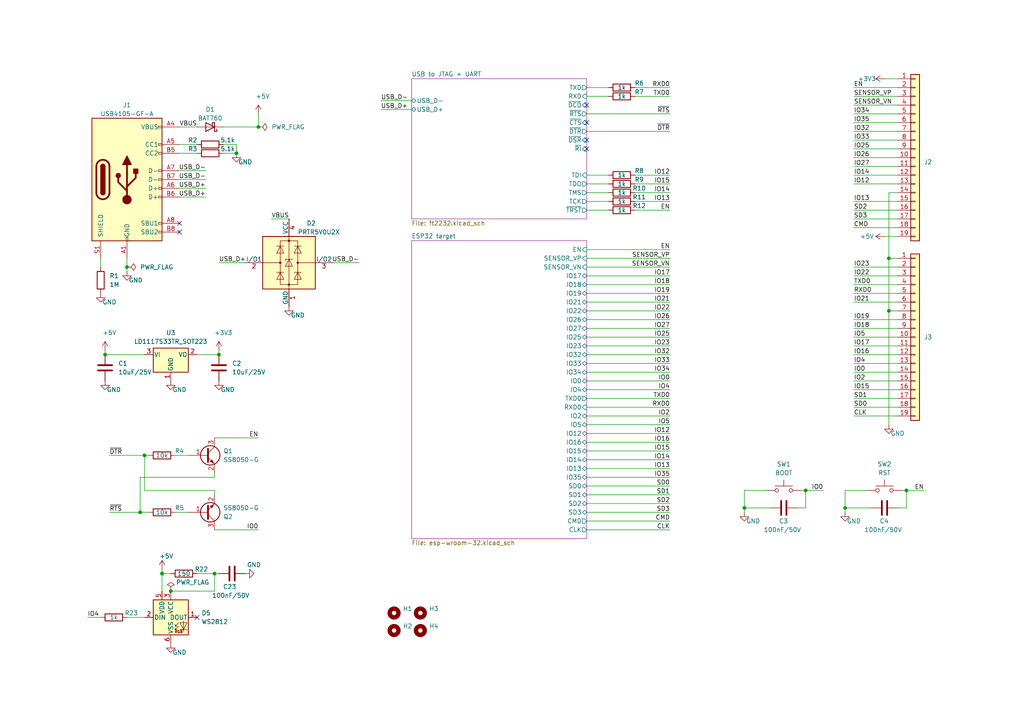
<source format=kicad_sch>
(kicad_sch (version 20201015) (generator eeschema)
  (paper "A4")
  (title_block (title "LISA32 development board") (date "2020-12-31") (rev "A"))
  (lib_symbols
    (symbol "Connector:USB_C_Receptacle_USB2.0_1" (pin_names (offset 1.016))
      (property "Reference" "J" (at -10.16 19.05 0))
      (property "Value" "USB_C_Receptacle_USB2.0" (at 19.05 19.05 0))
      (symbol "USB_C_Receptacle_USB2.0_1_0_0"
        (rectangle (start -0.254 -17.78) (end 0.254 -16.764))
        (rectangle (start 10.16 -14.986) (end 9.144 -15.494))
        (rectangle (start 10.16 -12.446) (end 9.144 -12.954))
        (rectangle (start 10.16 -4.826) (end 9.144 -5.334))
        (rectangle (start 10.16 -2.286) (end 9.144 -2.794))
        (rectangle (start 10.16 0.254) (end 9.144 -0.254))
        (rectangle (start 10.16 2.794) (end 9.144 2.286))
        (rectangle (start 10.16 7.874) (end 9.144 7.366))
        (rectangle (start 10.16 10.414) (end 9.144 9.906))
        (rectangle (start 10.16 15.494) (end 9.144 14.986))
      )
      (symbol "USB_C_Receptacle_USB2.0_1_0_1"
        (arc (start -8.89 -3.81) (end -5.08 -3.81) (radius (at -6.985 -3.81) (length 1.905) (angles -179.9 -0.1)) (stroke (width 0.508)))
        (arc (start -7.62 -3.81) (end -6.35 -3.81) (radius (at -6.985 -3.81) (length 0.635) (angles -179.9 -0.1)) (stroke (width 0.254)))
        (arc (start -7.62 -3.81) (end -6.35 -3.81) (radius (at -6.985 -3.81) (length 0.635) (angles -179.9 -0.1)) (stroke (width 0.254)) (fill (type outline)))
        (arc (start -6.35 3.81) (end -7.62 3.81) (radius (at -6.985 3.81) (length 0.635) (angles 0.1 179.9)) (stroke (width 0.254)) (fill (type outline)))
        (arc (start -6.35 3.81) (end -7.62 3.81) (radius (at -6.985 3.81) (length 0.635) (angles 0.1 179.9)) (stroke (width 0.254)))
        (arc (start -5.08 3.81) (end -8.89 3.81) (radius (at -6.985 3.81) (length 1.905) (angles 0.1 179.9)) (stroke (width 0.508)))
        (circle (center -2.54 1.143) (radius 0.635) (stroke (width 0.254)) (fill (type outline)))
        (circle (center 0 -5.842) (radius 1.27) (fill (type outline)))
        (rectangle (start -10.16 17.78) (end 10.16 -17.78) (stroke (width 0.254)) (fill (type background)))
        (rectangle (start -7.62 -3.81) (end -6.35 3.81) (stroke (width 0.254)) (fill (type outline)))
        (rectangle (start 1.905 1.778) (end 3.175 3.048) (stroke (width 0.254)) (fill (type outline)))
        (polyline (pts (xy -8.89 -3.81) (xy -8.89 3.81)) (stroke (width 0.508)))
        (polyline (pts (xy -5.08 3.81) (xy -5.08 -3.81)) (stroke (width 0.508)))
        (polyline (pts (xy 0 -5.842) (xy 0 4.318)) (stroke (width 0.508)))
        (polyline (pts (xy 0 -3.302) (xy -2.54 -0.762) (xy -2.54 0.508)) (stroke (width 0.508)))
        (polyline (pts (xy 0 -2.032) (xy 2.54 0.508) (xy 2.54 1.778)) (stroke (width 0.508)))
        (polyline (pts (xy -1.27 4.318) (xy 0 6.858) (xy 1.27 4.318) (xy -1.27 4.318)) (stroke (width 0.254)) (fill (type outline)))
      )
      (symbol "USB_C_Receptacle_USB2.0_1_1_1"
        (pin passive line (at 0 -22.86 90) (length 5.08) (name "GND") (number "A1"))
        (pin passive line (at 0 -22.86 90) (length 5.08) hide (name "GND") (number "A12"))
        (pin passive line (at 15.24 15.24 180) (length 5.08) (name "VBUS") (number "A4"))
        (pin bidirectional line (at 15.24 10.16 180) (length 5.08) (name "CC1") (number "A5"))
        (pin bidirectional line (at 15.24 -2.54 180) (length 5.08) (name "D+") (number "A6"))
        (pin bidirectional line (at 15.24 2.54 180) (length 5.08) (name "D-") (number "A7"))
        (pin bidirectional line (at 15.24 -12.7 180) (length 5.08) (name "SBU1") (number "A8"))
        (pin passive line (at 15.24 15.24 180) (length 5.08) hide (name "VBUS") (number "A9"))
        (pin passive line (at 0 -22.86 90) (length 5.08) hide (name "GND") (number "B1"))
        (pin passive line (at 0 -22.86 90) (length 5.08) hide (name "GND") (number "B12"))
        (pin passive line (at 15.24 15.24 180) (length 5.08) hide (name "VBUS") (number "B4"))
        (pin bidirectional line (at 15.24 7.62 180) (length 5.08) (name "CC2") (number "B5"))
        (pin bidirectional line (at 15.24 -5.08 180) (length 5.08) (name "D+") (number "B6"))
        (pin bidirectional line (at 15.24 0 180) (length 5.08) (name "D-") (number "B7"))
        (pin bidirectional line (at 15.24 -15.24 180) (length 5.08) (name "SBU2") (number "B8"))
        (pin passive line (at 15.24 15.24 180) (length 5.08) hide (name "VBUS") (number "B9"))
        (pin passive line (at -7.62 -22.86 90) (length 5.08) (name "SHIELD") (number "S1"))
      )
    )
    (symbol "Connector_Generic:Conn_01x19" (pin_names (offset 1.016) hide)
      (property "Reference" "J" (at 0 25.4 0))
      (property "Value" "Conn_01x19" (at 0 -25.4 0))
      (symbol "Conn_01x19_1_1"
        (rectangle (start -1.27 -4.953) (end 0 -5.207) (stroke (width 0.1524)))
        (rectangle (start -1.27 -7.493) (end 0 -7.747) (stroke (width 0.1524)))
        (rectangle (start -1.27 -10.033) (end 0 -10.287) (stroke (width 0.1524)))
        (rectangle (start -1.27 -12.573) (end 0 -12.827) (stroke (width 0.1524)))
        (rectangle (start -1.27 -15.113) (end 0 -15.367) (stroke (width 0.1524)))
        (rectangle (start -1.27 -17.653) (end 0 -17.907) (stroke (width 0.1524)))
        (rectangle (start -1.27 -20.193) (end 0 -20.447) (stroke (width 0.1524)))
        (rectangle (start -1.27 -22.733) (end 0 -22.987) (stroke (width 0.1524)))
        (rectangle (start -1.27 -2.413) (end 0 -2.667) (stroke (width 0.1524)))
        (rectangle (start -1.27 2.667) (end 0 2.413) (stroke (width 0.1524)))
        (rectangle (start -1.27 5.207) (end 0 4.953) (stroke (width 0.1524)))
        (rectangle (start -1.27 7.747) (end 0 7.493) (stroke (width 0.1524)))
        (rectangle (start -1.27 10.287) (end 0 10.033) (stroke (width 0.1524)))
        (rectangle (start -1.27 0.127) (end 0 -0.127) (stroke (width 0.1524)))
        (rectangle (start -1.27 12.827) (end 0 12.573) (stroke (width 0.1524)))
        (rectangle (start -1.27 15.367) (end 0 15.113) (stroke (width 0.1524)))
        (rectangle (start -1.27 17.907) (end 0 17.653) (stroke (width 0.1524)))
        (rectangle (start -1.27 20.447) (end 0 20.193) (stroke (width 0.1524)))
        (rectangle (start -1.27 22.987) (end 0 22.733) (stroke (width 0.1524)))
        (rectangle (start -1.27 24.13) (end 1.27 -24.13) (stroke (width 0.254)) (fill (type background)))
        (pin passive line (at -5.08 22.86 0) (length 3.81) (name "Pin_1") (number "1"))
        (pin passive line (at -5.08 0 0) (length 3.81) (name "Pin_10") (number "10"))
        (pin passive line (at -5.08 -2.54 0) (length 3.81) (name "Pin_11") (number "11"))
        (pin passive line (at -5.08 -5.08 0) (length 3.81) (name "Pin_12") (number "12"))
        (pin passive line (at -5.08 -7.62 0) (length 3.81) (name "Pin_13") (number "13"))
        (pin passive line (at -5.08 -10.16 0) (length 3.81) (name "Pin_14") (number "14"))
        (pin passive line (at -5.08 -12.7 0) (length 3.81) (name "Pin_15") (number "15"))
        (pin passive line (at -5.08 -15.24 0) (length 3.81) (name "Pin_16") (number "16"))
        (pin passive line (at -5.08 -17.78 0) (length 3.81) (name "Pin_17") (number "17"))
        (pin passive line (at -5.08 -20.32 0) (length 3.81) (name "Pin_18") (number "18"))
        (pin passive line (at -5.08 -22.86 0) (length 3.81) (name "Pin_19") (number "19"))
        (pin passive line (at -5.08 20.32 0) (length 3.81) (name "Pin_2") (number "2"))
        (pin passive line (at -5.08 17.78 0) (length 3.81) (name "Pin_3") (number "3"))
        (pin passive line (at -5.08 15.24 0) (length 3.81) (name "Pin_4") (number "4"))
        (pin passive line (at -5.08 12.7 0) (length 3.81) (name "Pin_5") (number "5"))
        (pin passive line (at -5.08 10.16 0) (length 3.81) (name "Pin_6") (number "6"))
        (pin passive line (at -5.08 7.62 0) (length 3.81) (name "Pin_7") (number "7"))
        (pin passive line (at -5.08 5.08 0) (length 3.81) (name "Pin_8") (number "8"))
        (pin passive line (at -5.08 2.54 0) (length 3.81) (name "Pin_9") (number "9"))
      )
    )
    (symbol "Device:C" (pin_numbers hide) (pin_names (offset 0.254))
      (property "Reference" "C" (at 0.635 2.54 0))
      (property "Value" "C" (at 0.635 -2.54 0))
      (symbol "C_0_1"
        (polyline (pts (xy -2.032 -0.762) (xy 2.032 -0.762)) (stroke (width 0.508)))
        (polyline (pts (xy -2.032 0.762) (xy 2.032 0.762)) (stroke (width 0.508)))
      )
      (symbol "C_1_1"
        (pin passive line (at 0 3.81 270) (length 2.794) (name "~") (number "1"))
        (pin passive line (at 0 -3.81 90) (length 2.794) (name "~") (number "2"))
      )
    )
    (symbol "Device:D_Schottky" (pin_numbers hide) (pin_names (offset 1.016) hide)
      (property "Reference" "D" (at 0 2.54 0))
      (property "Value" "D_Schottky" (at 0 -2.54 0))
      (symbol "D_Schottky_0_1"
        (polyline (pts (xy 1.27 0) (xy -1.27 0)))
        (polyline (pts (xy 1.27 1.27) (xy 1.27 -1.27) (xy -1.27 0) (xy 1.27 1.27)) (stroke (width 0.254)))
        (polyline (pts (xy -1.905 0.635) (xy -1.905 1.27) (xy -1.27 1.27) (xy -1.27 -1.27) (xy -0.635 -1.27) (xy -0.635 -0.635)) (stroke (width 0.254)))
      )
      (symbol "D_Schottky_1_1"
        (pin passive line (at -3.81 0 0) (length 2.54) (name "K") (number "1"))
        (pin passive line (at 3.81 0 180) (length 2.54) (name "A") (number "2"))
      )
    )
    (symbol "Device:R" (pin_numbers hide) (pin_names (offset 0))
      (property "Reference" "R" (at 2.032 0 90))
      (property "Value" "R" (at 0 0 90))
      (symbol "R_0_1"
        (rectangle (start -1.016 -2.54) (end 1.016 2.54) (stroke (width 0.254)))
      )
      (symbol "R_1_1"
        (pin passive line (at 0 3.81 270) (length 1.27) (name "~") (number "1"))
        (pin passive line (at 0 -3.81 90) (length 1.27) (name "~") (number "2"))
      )
    )
    (symbol "LED:WS2812" (pin_names (offset 0.254))
      (property "Reference" "D" (at 5.08 5.715 0))
      (property "Value" "WS2812" (at 1.27 -5.715 0))
      (symbol "WS2812_0_0"
        (text "RGB" (at 2.286 -4.191 0) (effects (font (size 0.762 0.762))))
      )
      (symbol "WS2812_0_1"
        (rectangle (start 5.08 5.08) (end -5.08 -5.08) (stroke (width 0.254)) (fill (type background)))
        (polyline (pts (xy 1.27 -3.556) (xy 1.778 -3.556)))
        (polyline (pts (xy 1.27 -2.54) (xy 1.778 -2.54)))
        (polyline (pts (xy 4.699 -3.556) (xy 2.667 -3.556)))
        (polyline (pts (xy 2.286 -2.54) (xy 1.27 -3.556) (xy 1.27 -3.048)))
        (polyline (pts (xy 2.286 -1.524) (xy 1.27 -2.54) (xy 1.27 -2.032)))
        (polyline (pts (xy 3.683 -1.016) (xy 3.683 -3.556) (xy 3.683 -4.064)))
        (polyline (pts (xy 4.699 -1.524) (xy 2.667 -1.524) (xy 3.683 -3.556) (xy 4.699 -1.524)))
      )
      (symbol "WS2812_1_1"
        (pin output line (at 7.62 0 180) (length 2.54) (name "DOUT") (number "1"))
        (pin input line (at -7.62 0 0) (length 2.54) (name "DIN") (number "2"))
        (pin power_in line (at 0 7.62 270) (length 2.54) (name "VCC") (number "3"))
        (pin unconnected line (at 5.08 2.54 180) (length 2.54) hide (name "NC") (number "4"))
        (pin power_in line (at -2.54 7.62 270) (length 2.54) (name "VDD") (number "5"))
        (pin power_in line (at 0 -7.62 90) (length 2.54) (name "VSS") (number "6"))
      )
    )
    (symbol "Mechanical:MountingHole" (pin_names (offset 1.016))
      (property "Reference" "H" (at 0 5.08 0))
      (property "Value" "MountingHole" (at 0 3.175 0))
      (symbol "MountingHole_0_1"
        (circle (center 0 0) (radius 1.27) (stroke (width 1.27)))
      )
    )
    (symbol "Power_Protection:PRTR5V0U2X" (pin_names (offset 0))
      (property "Reference" "D" (at 2.794 8.636 0))
      (property "Value" "PRTR5V0U2X" (at 8.128 -9.398 0))
      (symbol "PRTR5V0U2X_0_1"
        (circle (center -2.54 0) (radius 0.254) (fill (type outline)))
        (circle (center 0 -6.35) (radius 0.254) (fill (type outline)))
        (circle (center 0 6.35) (radius 0.254) (fill (type outline)))
        (circle (center 2.54 0) (radius 0.254) (fill (type outline)))
        (rectangle (start -7.62 -7.62) (end 7.62 7.62) (stroke (width 0.254)) (fill (type background)))
        (rectangle (start -2.54 6.35) (end 2.54 -6.35))
        (polyline (pts (xy -2.54 0) (xy -7.62 0)))
        (polyline (pts (xy -1.524 -2.794) (xy -3.556 -2.794)))
        (polyline (pts (xy -1.524 4.826) (xy -3.556 4.826)))
        (polyline (pts (xy 0 -7.62) (xy 0 7.62)))
        (polyline (pts (xy 1.524 -2.794) (xy 3.556 -2.794)))
        (polyline (pts (xy 1.524 4.826) (xy 3.556 4.826)))
        (polyline (pts (xy 2.54 0) (xy 7.62 0)))
        (polyline (pts (xy 1.016 1.016) (xy -1.016 1.016) (xy -1.016 0.508)))
        (polyline (pts (xy -3.556 -4.826) (xy -1.524 -4.826) (xy -2.54 -2.794) (xy -3.556 -4.826)))
        (polyline (pts (xy -3.556 2.794) (xy -1.524 2.794) (xy -2.54 4.826) (xy -3.556 2.794)))
        (polyline (pts (xy -1.016 -1.016) (xy 1.016 -1.016) (xy 0 1.016) (xy -1.016 -1.016)))
        (polyline (pts (xy 3.556 -4.826) (xy 1.524 -4.826) (xy 2.54 -2.794) (xy 3.556 -4.826)))
        (polyline (pts (xy 3.556 2.794) (xy 1.524 2.794) (xy 2.54 4.826) (xy 3.556 2.794)))
      )
      (symbol "PRTR5V0U2X_1_1"
        (pin passive line (at 0 -12.7 90) (length 5.08) (name "GND") (number "1"))
        (pin passive line (at -12.7 0 0) (length 5.08) (name "I/O1") (number "2"))
        (pin passive line (at 12.7 0 180) (length 5.08) (name "I/O2") (number "3"))
        (pin passive line (at 0 12.7 270) (length 5.08) (name "VCC") (number "4"))
      )
    )
    (symbol "Regulator_Linear:LD1117S33TR_SOT223" (pin_names (offset 0.254))
      (property "Reference" "U" (at -3.81 3.175 0))
      (property "Value" "LD1117S33TR_SOT223" (at 0 3.175 0))
      (symbol "LD1117S33TR_SOT223_0_1"
        (rectangle (start -5.08 -5.08) (end 5.08 1.905) (stroke (width 0.254)) (fill (type background)))
      )
      (symbol "LD1117S33TR_SOT223_1_1"
        (pin power_in line (at 0 -7.62 90) (length 2.54) (name "GND") (number "1"))
        (pin power_out line (at 7.62 0 180) (length 2.54) (name "VO") (number "2"))
        (pin power_in line (at -7.62 0 0) (length 2.54) (name "VI") (number "3"))
      )
    )
    (symbol "Switch:SW_Push" (pin_numbers hide) (pin_names (offset 1.016) hide)
      (property "Reference" "SW" (at 1.27 2.54 0))
      (property "Value" "SW_Push" (at 0 -1.524 0))
      (symbol "SW_Push_0_1"
        (circle (center -2.032 0) (radius 0.508))
        (circle (center 2.032 0) (radius 0.508))
        (polyline (pts (xy 0 1.27) (xy 0 3.048)))
        (polyline (pts (xy 2.54 1.27) (xy -2.54 1.27)))
        (pin passive line (at -5.08 0 0) (length 2.54) (name "1") (number "1"))
        (pin passive line (at 5.08 0 180) (length 2.54) (name "2") (number "2"))
      )
    )
    (symbol "Transistor_BJT:BC817" (pin_names (offset 0) hide)
      (property "Reference" "Q" (at 5.08 1.905 0))
      (property "Value" "BC817" (at 5.08 0 0))
      (symbol "BC817_0_1"
        (circle (center 1.27 0) (radius 2.8194) (stroke (width 0.254)))
        (polyline (pts (xy 0.635 0.635) (xy 2.54 2.54)))
        (polyline (pts (xy 0.635 -0.635) (xy 2.54 -2.54) (xy 2.54 -2.54)))
        (polyline (pts (xy 0.635 1.905) (xy 0.635 -1.905) (xy 0.635 -1.905)) (stroke (width 0.508)))
        (polyline (pts (xy 1.27 -1.778) (xy 1.778 -1.27) (xy 2.286 -2.286) (xy 1.27 -1.778) (xy 1.27 -1.778)) (fill (type outline)))
      )
      (symbol "BC817_1_1"
        (pin input line (at -5.08 0 0) (length 5.715) (name "B") (number "1"))
        (pin passive line (at 2.54 -5.08 90) (length 2.54) (name "E") (number "2"))
        (pin passive line (at 2.54 5.08 270) (length 2.54) (name "C") (number "3"))
      )
    )
    (symbol "power:+3V3" (power) (pin_names (offset 0))
      (property "Value" "+3V3" (at 0 3.556 0))
      (symbol "+3V3_0_1"
        (polyline (pts (xy -0.762 1.27) (xy 0 2.54)))
        (polyline (pts (xy 0 0) (xy 0 2.54)))
        (polyline (pts (xy 0 2.54) (xy 0.762 1.27)))
      )
      (symbol "+3V3_1_1"
        (pin power_in line (at 0 0 90) (length 0) hide (name "+3V3") (number "1"))
      )
    )
    (symbol "power:+5V" (power) (pin_names (offset 0))
      (property "Value" "+5V" (at 0 3.556 0))
      (symbol "+5V_0_1"
        (polyline (pts (xy -0.762 1.27) (xy 0 2.54)))
        (polyline (pts (xy 0 0) (xy 0 2.54)))
        (polyline (pts (xy 0 2.54) (xy 0.762 1.27)))
      )
      (symbol "+5V_1_1"
        (pin power_in line (at 0 0 90) (length 0) hide (name "+5V") (number "1"))
      )
    )
    (symbol "power:GND" (power) (pin_names (offset 0))
      (property "Value" "GND" (at 0 -3.81 0))
      (symbol "GND_0_1"
        (polyline (pts (xy 0 0) (xy 0 -1.27) (xy 1.27 -1.27) (xy 0 -2.54) (xy -1.27 -1.27) (xy 0 -1.27)))
      )
      (symbol "GND_1_1"
        (pin power_in line (at 0 0 270) (length 0) hide (name "GND") (number "1"))
      )
    )
    (symbol "power:PWR_FLAG" (power) (pin_numbers hide) (pin_names (offset 0) hide)
      (property "Value" "PWR_FLAG" (at 0 3.81 0))
      (symbol "PWR_FLAG_0_0"
        (pin power_out line (at 0 0 90) (length 0) (name "pwr") (number "1"))
      )
      (symbol "PWR_FLAG_0_1"
        (polyline (pts (xy 0 0) (xy 0 1.27) (xy -1.016 1.905) (xy 0 2.54) (xy 1.016 1.905) (xy 0 1.27)))
      )
    )
  )
  (junction (at 30.48 102.87) (diameter 0.9144))
  (junction (at 36.83 77.47) (diameter 0.9144))
  (junction (at 40.64 148.59) (diameter 0.9144))
  (junction (at 41.91 132.08) (diameter 0.9144))
  (junction (at 46.99 166.37) (diameter 0.9144))
  (junction (at 49.53 171.45) (diameter 0.9144))
  (junction (at 62.23 166.37) (diameter 0.9144))
  (junction (at 63.5 102.87) (diameter 0.9144))
  (junction (at 68.58 44.45) (diameter 0.9144))
  (junction (at 74.93 36.83) (diameter 0.9144))
  (junction (at 215.9 147.32) (diameter 0.9144))
  (junction (at 233.68 142.24) (diameter 0.9144))
  (junction (at 245.11 147.32) (diameter 0.9144))
  (junction (at 257.81 74.93) (diameter 0.9144))
  (junction (at 257.81 90.17) (diameter 0.9144))
  (junction (at 262.89 142.24) (diameter 0.9144))
  (no_connect (at 170.18 40.64))
  (no_connect (at 170.18 43.18))
  (no_connect (at 52.07 67.31))
  (no_connect (at 52.07 64.77))
  (no_connect (at 170.18 30.48))
  (no_connect (at 57.15 179.07))
  (no_connect (at 170.18 35.56))
  (wire (pts (xy 25.4 179.07) (xy 29.21 179.07)))
  (wire (pts (xy 29.21 74.93) (xy 29.21 77.47)))
  (wire (pts (xy 30.48 101.6) (xy 30.48 102.87)))
  (wire (pts (xy 30.48 102.87) (xy 41.91 102.87)))
  (wire (pts (xy 31.75 132.08) (xy 41.91 132.08)))
  (wire (pts (xy 31.75 148.59) (xy 40.64 148.59)))
  (wire (pts (xy 36.83 77.47) (xy 36.83 74.93)))
  (wire (pts (xy 36.83 78.74) (xy 36.83 77.47)))
  (wire (pts (xy 36.83 179.07) (xy 41.91 179.07)))
  (wire (pts (xy 40.64 138.43) (xy 40.64 148.59)))
  (wire (pts (xy 40.64 148.59) (xy 43.18 148.59)))
  (wire (pts (xy 41.91 132.08) (xy 43.18 132.08)))
  (wire (pts (xy 41.91 142.24) (xy 41.91 132.08)))
  (wire (pts (xy 46.99 165.1) (xy 46.99 166.37)))
  (wire (pts (xy 46.99 166.37) (xy 46.99 171.45)))
  (wire (pts (xy 46.99 166.37) (xy 49.53 166.37)))
  (wire (pts (xy 49.53 171.45) (xy 62.23 171.45)))
  (wire (pts (xy 50.8 132.08) (xy 54.61 132.08)))
  (wire (pts (xy 50.8 148.59) (xy 54.61 148.59)))
  (wire (pts (xy 52.07 36.83) (xy 57.15 36.83)))
  (wire (pts (xy 52.07 49.53) (xy 59.69 49.53)))
  (wire (pts (xy 52.07 52.07) (xy 59.69 52.07)))
  (wire (pts (xy 52.07 54.61) (xy 59.69 54.61)))
  (wire (pts (xy 52.07 57.15) (xy 59.69 57.15)))
  (wire (pts (xy 57.15 41.91) (xy 52.07 41.91)))
  (wire (pts (xy 57.15 44.45) (xy 52.07 44.45)))
  (wire (pts (xy 57.15 102.87) (xy 63.5 102.87)))
  (wire (pts (xy 62.23 127) (xy 74.93 127)))
  (wire (pts (xy 62.23 138.43) (xy 40.64 138.43)))
  (wire (pts (xy 62.23 138.43) (xy 62.23 137.16)))
  (wire (pts (xy 62.23 142.24) (xy 41.91 142.24)))
  (wire (pts (xy 62.23 143.51) (xy 62.23 142.24)))
  (wire (pts (xy 62.23 153.67) (xy 74.93 153.67)))
  (wire (pts (xy 62.23 166.37) (xy 57.15 166.37)))
  (wire (pts (xy 62.23 166.37) (xy 63.5 166.37)))
  (wire (pts (xy 62.23 171.45) (xy 62.23 166.37)))
  (wire (pts (xy 63.5 76.2) (xy 71.12 76.2)))
  (wire (pts (xy 63.5 101.6) (xy 63.5 102.87)))
  (wire (pts (xy 64.77 41.91) (xy 68.58 41.91)))
  (wire (pts (xy 64.77 44.45) (xy 68.58 44.45)))
  (wire (pts (xy 68.58 41.91) (xy 68.58 44.45)))
  (wire (pts (xy 74.93 33.02) (xy 74.93 36.83)))
  (wire (pts (xy 74.93 36.83) (xy 64.77 36.83)))
  (wire (pts (xy 78.74 63.5) (xy 83.82 63.5)))
  (wire (pts (xy 96.52 76.2) (xy 104.14 76.2)))
  (wire (pts (xy 110.49 29.21) (xy 119.38 29.21)))
  (wire (pts (xy 110.49 31.75) (xy 119.38 31.75)))
  (wire (pts (xy 170.18 25.4) (xy 176.53 25.4)))
  (wire (pts (xy 170.18 27.94) (xy 176.53 27.94)))
  (wire (pts (xy 170.18 33.02) (xy 194.31 33.02)))
  (wire (pts (xy 170.18 38.1) (xy 194.31 38.1)))
  (wire (pts (xy 170.18 50.8) (xy 176.53 50.8)))
  (wire (pts (xy 170.18 53.34) (xy 176.53 53.34)))
  (wire (pts (xy 170.18 55.88) (xy 176.53 55.88)))
  (wire (pts (xy 170.18 58.42) (xy 176.53 58.42)))
  (wire (pts (xy 170.18 60.96) (xy 176.53 60.96)))
  (wire (pts (xy 170.18 72.39) (xy 194.31 72.39)))
  (wire (pts (xy 170.18 74.93) (xy 194.31 74.93)))
  (wire (pts (xy 170.18 77.47) (xy 194.31 77.47)))
  (wire (pts (xy 170.18 80.01) (xy 194.31 80.01)))
  (wire (pts (xy 170.18 82.55) (xy 194.31 82.55)))
  (wire (pts (xy 170.18 85.09) (xy 194.31 85.09)))
  (wire (pts (xy 170.18 87.63) (xy 194.31 87.63)))
  (wire (pts (xy 170.18 90.17) (xy 194.31 90.17)))
  (wire (pts (xy 170.18 92.71) (xy 194.31 92.71)))
  (wire (pts (xy 170.18 95.25) (xy 194.31 95.25)))
  (wire (pts (xy 170.18 97.79) (xy 194.31 97.79)))
  (wire (pts (xy 170.18 100.33) (xy 194.31 100.33)))
  (wire (pts (xy 170.18 102.87) (xy 194.31 102.87)))
  (wire (pts (xy 170.18 105.41) (xy 194.31 105.41)))
  (wire (pts (xy 170.18 107.95) (xy 194.31 107.95)))
  (wire (pts (xy 170.18 110.49) (xy 194.31 110.49)))
  (wire (pts (xy 170.18 113.03) (xy 194.31 113.03)))
  (wire (pts (xy 170.18 115.57) (xy 194.31 115.57)))
  (wire (pts (xy 170.18 118.11) (xy 194.31 118.11)))
  (wire (pts (xy 170.18 120.65) (xy 194.31 120.65)))
  (wire (pts (xy 170.18 123.19) (xy 194.31 123.19)))
  (wire (pts (xy 170.18 125.73) (xy 194.31 125.73)))
  (wire (pts (xy 170.18 128.27) (xy 194.31 128.27)))
  (wire (pts (xy 170.18 130.81) (xy 194.31 130.81)))
  (wire (pts (xy 170.18 133.35) (xy 194.31 133.35)))
  (wire (pts (xy 170.18 135.89) (xy 194.31 135.89)))
  (wire (pts (xy 170.18 138.43) (xy 194.31 138.43)))
  (wire (pts (xy 170.18 140.97) (xy 194.31 140.97)))
  (wire (pts (xy 170.18 143.51) (xy 194.31 143.51)))
  (wire (pts (xy 170.18 146.05) (xy 194.31 146.05)))
  (wire (pts (xy 170.18 148.59) (xy 194.31 148.59)))
  (wire (pts (xy 170.18 151.13) (xy 194.31 151.13)))
  (wire (pts (xy 170.18 153.67) (xy 194.31 153.67)))
  (wire (pts (xy 184.15 25.4) (xy 194.31 25.4)))
  (wire (pts (xy 184.15 27.94) (xy 194.31 27.94)))
  (wire (pts (xy 184.15 50.8) (xy 194.31 50.8)))
  (wire (pts (xy 184.15 53.34) (xy 194.31 53.34)))
  (wire (pts (xy 184.15 55.88) (xy 194.31 55.88)))
  (wire (pts (xy 184.15 58.42) (xy 194.31 58.42)))
  (wire (pts (xy 184.15 60.96) (xy 194.31 60.96)))
  (wire (pts (xy 215.9 142.24) (xy 222.25 142.24)))
  (wire (pts (xy 215.9 147.32) (xy 215.9 142.24)))
  (wire (pts (xy 215.9 147.32) (xy 223.52 147.32)))
  (wire (pts (xy 215.9 148.59) (xy 215.9 147.32)))
  (wire (pts (xy 232.41 142.24) (xy 233.68 142.24)))
  (wire (pts (xy 233.68 142.24) (xy 233.68 147.32)))
  (wire (pts (xy 233.68 142.24) (xy 238.76 142.24)))
  (wire (pts (xy 233.68 147.32) (xy 231.14 147.32)))
  (wire (pts (xy 245.11 142.24) (xy 251.46 142.24)))
  (wire (pts (xy 245.11 147.32) (xy 245.11 142.24)))
  (wire (pts (xy 245.11 147.32) (xy 252.73 147.32)))
  (wire (pts (xy 245.11 148.59) (xy 245.11 147.32)))
  (wire (pts (xy 247.65 25.4) (xy 260.35 25.4)))
  (wire (pts (xy 247.65 27.94) (xy 260.35 27.94)))
  (wire (pts (xy 247.65 30.48) (xy 260.35 30.48)))
  (wire (pts (xy 247.65 33.02) (xy 260.35 33.02)))
  (wire (pts (xy 247.65 35.56) (xy 260.35 35.56)))
  (wire (pts (xy 247.65 38.1) (xy 260.35 38.1)))
  (wire (pts (xy 247.65 40.64) (xy 260.35 40.64)))
  (wire (pts (xy 247.65 43.18) (xy 260.35 43.18)))
  (wire (pts (xy 247.65 45.72) (xy 260.35 45.72)))
  (wire (pts (xy 247.65 48.26) (xy 260.35 48.26)))
  (wire (pts (xy 247.65 50.8) (xy 260.35 50.8)))
  (wire (pts (xy 247.65 53.34) (xy 260.35 53.34)))
  (wire (pts (xy 247.65 58.42) (xy 260.35 58.42)))
  (wire (pts (xy 247.65 60.96) (xy 260.35 60.96)))
  (wire (pts (xy 247.65 63.5) (xy 260.35 63.5)))
  (wire (pts (xy 247.65 66.04) (xy 260.35 66.04)))
  (wire (pts (xy 247.65 77.47) (xy 260.35 77.47)))
  (wire (pts (xy 247.65 80.01) (xy 260.35 80.01)))
  (wire (pts (xy 247.65 82.55) (xy 260.35 82.55)))
  (wire (pts (xy 247.65 85.09) (xy 260.35 85.09)))
  (wire (pts (xy 247.65 87.63) (xy 260.35 87.63)))
  (wire (pts (xy 247.65 92.71) (xy 260.35 92.71)))
  (wire (pts (xy 247.65 95.25) (xy 260.35 95.25)))
  (wire (pts (xy 247.65 97.79) (xy 260.35 97.79)))
  (wire (pts (xy 247.65 100.33) (xy 260.35 100.33)))
  (wire (pts (xy 247.65 102.87) (xy 260.35 102.87)))
  (wire (pts (xy 247.65 105.41) (xy 260.35 105.41)))
  (wire (pts (xy 247.65 107.95) (xy 260.35 107.95)))
  (wire (pts (xy 247.65 110.49) (xy 260.35 110.49)))
  (wire (pts (xy 247.65 113.03) (xy 260.35 113.03)))
  (wire (pts (xy 247.65 115.57) (xy 260.35 115.57)))
  (wire (pts (xy 247.65 118.11) (xy 260.35 118.11)))
  (wire (pts (xy 247.65 120.65) (xy 260.35 120.65)))
  (wire (pts (xy 256.54 22.86) (xy 260.35 22.86)))
  (wire (pts (xy 256.54 68.58) (xy 260.35 68.58)))
  (wire (pts (xy 257.81 55.88) (xy 260.35 55.88)))
  (wire (pts (xy 257.81 74.93) (xy 257.81 55.88)))
  (wire (pts (xy 257.81 74.93) (xy 260.35 74.93)))
  (wire (pts (xy 257.81 90.17) (xy 257.81 74.93)))
  (wire (pts (xy 257.81 90.17) (xy 260.35 90.17)))
  (wire (pts (xy 257.81 123.19) (xy 257.81 90.17)))
  (wire (pts (xy 261.62 142.24) (xy 262.89 142.24)))
  (wire (pts (xy 262.89 142.24) (xy 262.89 147.32)))
  (wire (pts (xy 262.89 142.24) (xy 267.97 142.24)))
  (wire (pts (xy 262.89 147.32) (xy 260.35 147.32)))
  (label "IO4" (at 25.4 179.07 0))
  (label "~DTR" (at 31.75 132.08 0))
  (label "~RTS" (at 31.75 148.59 0))
  (label "VBUS" (at 57.15 36.83 180))
  (label "USB_D-" (at 59.69 49.53 180))
  (label "USB_D-" (at 59.69 52.07 180))
  (label "USB_D+" (at 59.69 54.61 180))
  (label "USB_D+" (at 59.69 57.15 180))
  (label "USB_D+" (at 63.5 76.2 0))
  (label "EN" (at 74.93 127 180))
  (label "IO0" (at 74.93 153.67 180))
  (label "VBUS" (at 78.74 63.5 0))
  (label "USB_D-" (at 104.14 76.2 180))
  (label "USB_D-" (at 110.49 29.21 0))
  (label "USB_D+" (at 110.49 31.75 0))
  (label "RXD0" (at 194.31 25.4 180))
  (label "TXD0" (at 194.31 27.94 180))
  (label "~RTS" (at 194.31 33.02 180))
  (label "~DTR" (at 194.31 38.1 180))
  (label "IO12" (at 194.31 50.8 180))
  (label "IO15" (at 194.31 53.34 180))
  (label "IO14" (at 194.31 55.88 180))
  (label "IO13" (at 194.31 58.42 180))
  (label "EN" (at 194.31 60.96 180))
  (label "EN" (at 194.31 72.39 180))
  (label "SENSOR_VP" (at 194.31 74.93 180))
  (label "SENSOR_VN" (at 194.31 77.47 180))
  (label "IO17" (at 194.31 80.01 180))
  (label "IO18" (at 194.31 82.55 180))
  (label "IO19" (at 194.31 85.09 180))
  (label "IO21" (at 194.31 87.63 180))
  (label "IO22" (at 194.31 90.17 180))
  (label "IO26" (at 194.31 92.71 180))
  (label "IO27" (at 194.31 95.25 180))
  (label "IO25" (at 194.31 97.79 180))
  (label "IO23" (at 194.31 100.33 180))
  (label "IO32" (at 194.31 102.87 180))
  (label "IO33" (at 194.31 105.41 180))
  (label "IO34" (at 194.31 107.95 180))
  (label "IO0" (at 194.31 110.49 180))
  (label "IO4" (at 194.31 113.03 180))
  (label "TXD0" (at 194.31 115.57 180))
  (label "RXD0" (at 194.31 118.11 180))
  (label "IO2" (at 194.31 120.65 180))
  (label "IO5" (at 194.31 123.19 180))
  (label "IO12" (at 194.31 125.73 180))
  (label "IO16" (at 194.31 128.27 180))
  (label "IO15" (at 194.31 130.81 180))
  (label "IO14" (at 194.31 133.35 180))
  (label "IO13" (at 194.31 135.89 180))
  (label "IO35" (at 194.31 138.43 180))
  (label "SD0" (at 194.31 140.97 180))
  (label "SD1" (at 194.31 143.51 180))
  (label "SD2" (at 194.31 146.05 180))
  (label "SD3" (at 194.31 148.59 180))
  (label "CMD" (at 194.31 151.13 180))
  (label "CLK" (at 194.31 153.67 180))
  (label "IO0" (at 238.76 142.24 180))
  (label "EN" (at 247.65 25.4 0))
  (label "SENSOR_VP" (at 247.65 27.94 0))
  (label "SENSOR_VN" (at 247.65 30.48 0))
  (label "IO34" (at 247.65 33.02 0))
  (label "IO35" (at 247.65 35.56 0))
  (label "IO32" (at 247.65 38.1 0))
  (label "IO33" (at 247.65 40.64 0))
  (label "IO25" (at 247.65 43.18 0))
  (label "IO26" (at 247.65 45.72 0))
  (label "IO27" (at 247.65 48.26 0))
  (label "IO14" (at 247.65 50.8 0))
  (label "IO12" (at 247.65 53.34 0))
  (label "IO13" (at 247.65 58.42 0))
  (label "SD2" (at 247.65 60.96 0))
  (label "SD3" (at 247.65 63.5 0))
  (label "CMD" (at 247.65 66.04 0))
  (label "IO23" (at 247.65 77.47 0))
  (label "IO22" (at 247.65 80.01 0))
  (label "TXD0" (at 247.65 82.55 0))
  (label "RXD0" (at 247.65 85.09 0))
  (label "IO21" (at 247.65 87.63 0))
  (label "IO19" (at 247.65 92.71 0))
  (label "IO18" (at 247.65 95.25 0))
  (label "IO5" (at 247.65 97.79 0))
  (label "IO17" (at 247.65 100.33 0))
  (label "IO16" (at 247.65 102.87 0))
  (label "IO4" (at 247.65 105.41 0))
  (label "IO0" (at 247.65 107.95 0))
  (label "IO2" (at 247.65 110.49 0))
  (label "IO15" (at 247.65 113.03 0))
  (label "SD1" (at 247.65 115.57 0))
  (label "SD0" (at 247.65 118.11 0))
  (label "CLK" (at 247.65 120.65 0))
  (label "EN" (at 267.97 142.24 180))
  (symbol (lib_id "power:PWR_FLAG") (at 36.83 77.47 270) (unit 1)
    (property "Reference" "#FLG01" (effects hide))
    (property "Value" "PWR_FLAG" (at 40.64 77.47 90) (effects (justify left)))
  )
  (symbol (lib_id "power:PWR_FLAG") (at 49.53 171.45 0) (unit 1)
    (property "Reference" "#FLG03" (effects hide))
    (property "Value" "PWR_FLAG" (at 55.88 168.91 0))
  )
  (symbol (lib_id "power:PWR_FLAG") (at 74.93 36.83 270) (unit 1)
    (property "Reference" "#FLG02" (effects hide))
    (property "Value" "PWR_FLAG" (at 78.74 36.83 90) (effects (justify left)))
  )
  (symbol (lib_id "power:+5V") (at 30.48 101.6 0) (unit 1)
    (property "Reference" "#PWR02" (effects hide))
    (property "Value" "+5V" (at 31.75 96.52 0))
  )
  (symbol (lib_id "power:+5V") (at 46.99 165.1 0) (unit 1)
    (property "Reference" "#PWR058" (effects hide))
    (property "Value" "+5V" (at 48.26 161.29 0))
  )
  (symbol (lib_id "power:+3V3") (at 63.5 101.6 0) (unit 1)
    (property "Reference" "#PWR06" (effects hide))
    (property "Value" "+3V3" (at 64.77 96.52 0))
  )
  (symbol (lib_id "power:+5V") (at 74.93 33.02 0) (unit 1)
    (property "Reference" "#PWR09" (effects hide))
    (property "Value" "+5V" (at 76.2 27.94 0))
  )
  (symbol (lib_id "power:+3V3") (at 256.54 22.86 90) (unit 1)
    (property "Reference" "#PWR013" (effects hide))
    (property "Value" "+3V3" (at 251.46 22.86 90))
  )
  (symbol (lib_id "power:+5V") (at 256.54 68.58 90) (unit 1)
    (property "Reference" "#PWR014" (effects hide))
    (property "Value" "+5V" (at 251.46 68.58 90))
  )
  (symbol (lib_id "power:GND") (at 29.21 85.09 0) (unit 1)
    (property "Reference" "#PWR01" (effects hide))
    (property "Value" "GND" (at 31.75 87.63 0))
  )
  (symbol (lib_id "power:GND") (at 30.48 110.49 0) (unit 1)
    (property "Reference" "#PWR03" (effects hide))
    (property "Value" "GND" (at 33.02 113.03 0))
  )
  (symbol (lib_id "power:GND") (at 36.83 78.74 0) (unit 1)
    (property "Reference" "#PWR04" (effects hide))
    (property "Value" "GND" (at 39.37 81.28 0))
  )
  (symbol (lib_id "power:GND") (at 49.53 110.49 0) (unit 1)
    (property "Reference" "#PWR05" (effects hide))
    (property "Value" "GND" (at 52.07 113.03 0))
  )
  (symbol (lib_id "power:GND") (at 49.53 186.69 0) (unit 1)
    (property "Reference" "#PWR059" (effects hide))
    (property "Value" "GND" (at 52.07 189.23 0))
  )
  (symbol (lib_id "power:GND") (at 63.5 110.49 0) (unit 1)
    (property "Reference" "#PWR07" (effects hide))
    (property "Value" "GND" (at 66.04 113.03 0))
  )
  (symbol (lib_id "power:GND") (at 68.58 44.45 0) (unit 1)
    (property "Reference" "#PWR08" (effects hide))
    (property "Value" "GND" (at 71.12 46.99 0))
  )
  (symbol (lib_id "power:GND") (at 71.12 166.37 90) (unit 1)
    (property "Reference" "#PWR060" (effects hide))
    (property "Value" "GND" (at 73.66 163.83 90))
  )
  (symbol (lib_id "power:GND") (at 83.82 88.9 0) (unit 1)
    (property "Reference" "#PWR010" (effects hide))
    (property "Value" "GND" (at 86.36 91.44 0))
  )
  (symbol (lib_id "power:GND") (at 215.9 148.59 0) (unit 1)
    (property "Reference" "#PWR011" (effects hide))
    (property "Value" "GND" (at 218.44 151.13 0))
  )
  (symbol (lib_id "power:GND") (at 245.11 148.59 0) (unit 1)
    (property "Reference" "#PWR012" (effects hide))
    (property "Value" "GND" (at 247.65 151.13 0))
  )
  (symbol (lib_id "power:GND") (at 257.81 123.19 0) (unit 1)
    (property "Reference" "#PWR015" (effects hide))
    (property "Value" "GND" (at 260.35 125.73 0))
  )
  (symbol (lib_id "Mechanical:MountingHole") (at 114.3 177.8 0) (unit 1)
    (property "Reference" "H1" (at 116.84 176.53 0) (effects (justify left)))
    (property "Value" "MountingHole" (effects hide))
    (property "Footprint" "MountingHole:MountingHole_2.2mm_M2" (effects hide))
  )
  (symbol (lib_id "Mechanical:MountingHole") (at 114.3 182.88 0) (unit 1)
    (property "Reference" "H2" (at 116.84 181.61 0) (effects (justify left)))
    (property "Value" "MountingHole" (effects hide))
    (property "Footprint" "MountingHole:MountingHole_2.2mm_M2" (effects hide))
  )
  (symbol (lib_id "Mechanical:MountingHole") (at 121.92 177.8 0) (unit 1)
    (property "Reference" "H3" (at 124.46 176.53 0) (effects (justify left)))
    (property "Value" "MountingHole" (effects hide))
    (property "Footprint" "MountingHole:MountingHole_2.2mm_M2" (effects hide))
  )
  (symbol (lib_id "Mechanical:MountingHole") (at 121.92 182.88 0) (unit 1)
    (property "Reference" "H4" (at 124.46 181.61 0) (effects (justify left)))
    (property "Value" "MountingHole" (effects hide))
    (property "Footprint" "MountingHole:MountingHole_2.2mm_M2" (effects hide))
  )
  (symbol (lib_id "Device:R") (at 29.21 81.28 0) (unit 1)
    (property "Reference" "R1" (at 31.75 80.01 0) (effects (justify left)))
    (property "Value" "1M" (at 31.75 82.55 0) (effects (justify left)))
    (property "Footprint" "Resistor_SMD:R_0603_1608Metric" (effects hide))
  )
  (symbol (lib_id "Device:R") (at 33.02 179.07 90) (unit 1)
    (property "Reference" "R23" (at 38.1 177.8 90))
    (property "Value" "1k" (at 33.02 179.07 90))
    (property "Footprint" "Resistor_SMD:R_0603_1608Metric" (effects hide))
  )
  (symbol (lib_id "Device:R") (at 46.99 132.08 90) (unit 1)
    (property "Reference" "R4" (at 52.07 130.81 90))
    (property "Value" "10k" (at 46.99 132.08 90))
    (property "Footprint" "Resistor_SMD:R_0603_1608Metric" (effects hide))
  )
  (symbol (lib_id "Device:R") (at 46.99 148.59 90) (unit 1)
    (property "Reference" "R5" (at 52.07 147.32 90))
    (property "Value" "10k" (at 46.99 148.59 90))
    (property "Footprint" "Resistor_SMD:R_0603_1608Metric" (effects hide))
  )
  (symbol (lib_id "Device:R") (at 53.34 166.37 90) (unit 1)
    (property "Reference" "R22" (at 58.42 165.1 90))
    (property "Value" "150" (at 53.34 166.37 90))
    (property "Footprint" "Resistor_SMD:R_0603_1608Metric" (effects hide))
  )
  (symbol (lib_id "Device:R") (at 60.96 41.91 90) (unit 1)
    (property "Reference" "R2" (at 55.88 40.64 90))
    (property "Value" "5.1k" (at 66.04 40.64 90))
    (property "Footprint" "Resistor_SMD:R_0603_1608Metric" (effects hide))
  )
  (symbol (lib_id "Device:R") (at 60.96 44.45 90) (unit 1)
    (property "Reference" "R3" (at 55.88 43.18 90))
    (property "Value" "5.1k" (at 66.04 43.18 90))
    (property "Footprint" "Resistor_SMD:R_0603_1608Metric" (effects hide))
  )
  (symbol (lib_id "Device:R") (at 180.34 25.4 90) (unit 1)
    (property "Reference" "R6" (at 185.42 24.13 90))
    (property "Value" "1k" (at 180.34 25.4 90))
    (property "Footprint" "Resistor_SMD:R_0603_1608Metric" (effects hide))
  )
  (symbol (lib_id "Device:R") (at 180.34 27.94 90) (unit 1)
    (property "Reference" "R7" (at 185.42 26.67 90))
    (property "Value" "1k" (at 180.34 27.94 90))
    (property "Footprint" "Resistor_SMD:R_0603_1608Metric" (effects hide))
  )
  (symbol (lib_id "Device:R") (at 180.34 50.8 90) (unit 1)
    (property "Reference" "R8" (at 185.42 49.53 90))
    (property "Value" "1k" (at 180.34 50.8 90))
    (property "Footprint" "Resistor_SMD:R_0603_1608Metric" (effects hide))
  )
  (symbol (lib_id "Device:R") (at 180.34 53.34 90) (unit 1)
    (property "Reference" "R9" (at 185.42 52.07 90))
    (property "Value" "1k" (at 180.34 53.34 90))
    (property "Footprint" "Resistor_SMD:R_0603_1608Metric" (effects hide))
  )
  (symbol (lib_id "Device:R") (at 180.34 55.88 90) (unit 1)
    (property "Reference" "R10" (at 185.42 54.61 90))
    (property "Value" "1k" (at 180.34 55.88 90))
    (property "Footprint" "Resistor_SMD:R_0603_1608Metric" (effects hide))
  )
  (symbol (lib_id "Device:R") (at 180.34 58.42 90) (unit 1)
    (property "Reference" "R11" (at 185.42 57.15 90))
    (property "Value" "1k" (at 180.34 58.42 90))
    (property "Footprint" "Resistor_SMD:R_0603_1608Metric" (effects hide))
  )
  (symbol (lib_id "Device:R") (at 180.34 60.96 90) (unit 1)
    (property "Reference" "R12" (at 185.42 59.69 90))
    (property "Value" "1k" (at 180.34 60.96 90))
    (property "Footprint" "Resistor_SMD:R_0603_1608Metric" (effects hide))
  )
  (symbol (lib_id "Device:D_Schottky") (at 60.96 36.83 180) (unit 1)
    (property "Reference" "D1" (at 60.96 31.75 0))
    (property "Value" "BAT760" (at 60.96 34.29 0))
    (property "Footprint" "Diode_SMD:D_SOD-323" (effects hide))
  )
  (symbol (lib_id "Device:C") (at 30.48 106.68 0) (unit 1)
    (property "Reference" "C1" (at 34.29 105.41 0) (effects (justify left)))
    (property "Value" "10uF/25V" (at 34.29 107.95 0) (effects (justify left)))
    (property "Footprint" "Capacitor_SMD:C_1206_3216Metric" (effects hide))
  )
  (symbol (lib_id "Device:C") (at 63.5 106.68 0) (unit 1)
    (property "Reference" "C2" (at 67.31 105.41 0) (effects (justify left)))
    (property "Value" "10uF/25V" (at 67.31 107.95 0) (effects (justify left)))
    (property "Footprint" "Capacitor_SMD:C_1206_3216Metric" (effects hide))
  )
  (symbol (lib_id "Device:C") (at 67.31 166.37 90) (unit 1)
    (property "Reference" "C23" (at 68.58 170.18 90) (effects (justify left)))
    (property "Value" "100nF/50V" (at 72.39 172.72 90) (effects (justify left)))
    (property "Footprint" "Capacitor_SMD:C_0603_1608Metric" (effects hide))
  )
  (symbol (lib_id "Device:C") (at 227.33 147.32 90) (unit 1)
    (property "Reference" "C3" (at 228.6 151.13 90) (effects (justify left)))
    (property "Value" "100nF/50V" (at 232.41 153.67 90) (effects (justify left)))
    (property "Footprint" "Capacitor_SMD:C_0603_1608Metric" (effects hide))
  )
  (symbol (lib_id "Device:C") (at 256.54 147.32 90) (unit 1)
    (property "Reference" "C4" (at 257.81 151.13 90) (effects (justify left)))
    (property "Value" "100nF/50V" (at 261.62 153.67 90) (effects (justify left)))
    (property "Footprint" "Capacitor_SMD:C_0603_1608Metric" (effects hide))
  )
  (symbol (lib_id "Switch:SW_Push") (at 227.33 142.24 0) (unit 1)
    (property "Reference" "SW1" (at 227.33 134.62 0))
    (property "Value" "BOOT" (at 227.33 137.16 0))
    (property "Footprint" "Button_Switch_SMD:SW_SPST_B3U-1000P" (effects hide))
  )
  (symbol (lib_id "Switch:SW_Push") (at 256.54 142.24 0) (unit 1)
    (property "Reference" "SW2" (at 256.54 134.62 0))
    (property "Value" "RST" (at 256.54 137.16 0))
    (property "Footprint" "Button_Switch_SMD:SW_SPST_B3U-1000P" (effects hide))
  )
  (symbol (lib_id "Transistor_BJT:BC817") (at 59.69 132.08 0) (unit 1)
    (property "Reference" "Q1" (at 64.77 130.81 0) (effects (justify left)))
    (property "Value" "SS8050-G" (at 64.77 133.35 0) (effects (justify left)))
    (property "Footprint" "Package_TO_SOT_SMD:SOT-23" (effects hide))
    (property "Datasheet" "https://www.onsemi.com/pub/Collateral/BC818-D.pdf" (effects hide))
  )
  (symbol (lib_id "Transistor_BJT:BC817") (at 59.69 148.59 0) (mirror x) (unit 1)
    (property "Reference" "Q2" (at 64.77 149.86 0) (effects (justify left)))
    (property "Value" "SS8050-G" (at 64.77 147.32 0) (effects (justify left)))
    (property "Footprint" "Package_TO_SOT_SMD:SOT-23" (effects hide))
    (property "Datasheet" "https://www.onsemi.com/pub/Collateral/BC818-D.pdf" (effects hide))
  )
  (symbol (lib_id "Regulator_Linear:LD1117S33TR_SOT223") (at 49.53 102.87 0) (unit 1)
    (property "Reference" "U3" (at 49.53 96.52 0))
    (property "Value" "LD1117S33TR_SOT223" (at 49.53 99.06 0))
    (property "Footprint" "Package_TO_SOT_SMD:SOT-223-3_TabPin2" (effects hide))
    (property "Datasheet" "http://www.st.com/st-web-ui/static/active/en/resource/technical/document/datasheet/CD00000544.pdf" (effects hide))
  )
  (symbol (lib_id "LED:WS2812") (at 49.53 179.07 0) (unit 1)
    (property "Reference" "D5" (at 58.42 177.8 0) (effects (justify left)))
    (property "Value" "WS2812" (at 58.42 180.34 0) (effects (justify left)))
    (property "Footprint" "LED_SMD:LED_WS2812_PLCC6_5.0x5.0mm_P1.6mm" (effects hide))
    (property "Datasheet" "https://cdn-shop.adafruit.com/datasheets/WS2812.pdf" (effects hide))
  )
  (symbol (lib_id "Connector_Generic:Conn_01x19") (at 265.43 45.72 0) (unit 1)
    (property "Reference" "J2" (at 267.97 46.99 0) (effects (justify left)))
    (property "Value" "Conn_01x19" (effects hide))
    (property "Footprint" "Connector_PinHeader_2.54mm:PinHeader_1x19_P2.54mm_Vertical" (effects hide))
  )
  (symbol (lib_id "Connector_Generic:Conn_01x19") (at 265.43 97.79 0) (unit 1)
    (property "Reference" "J3" (at 267.97 97.79 0) (effects (justify left)))
    (property "Value" "Conn_01x19" (effects hide))
    (property "Footprint" "Connector_PinHeader_2.54mm:PinHeader_1x19_P2.54mm_Vertical" (effects hide))
  )
  (symbol (lib_id "Power_Protection:PRTR5V0U2X") (at 83.82 76.2 0) (unit 1)
    (property "Reference" "D2" (at 88.9 64.77 0) (effects (justify left)))
    (property "Value" "PRTR5V0U2X" (at 86.36 67.31 0) (effects (justify left)))
    (property "Footprint" "Package_TO_SOT_SMD:SOT-143" (effects hide))
    (property "Datasheet" "https://assets.nexperia.com/documents/data-sheet/PRTR5V0U2X.pdf" (effects hide))
  )
  (symbol (lib_name "Connector:USB_C_Receptacle_USB2.0_1") (lib_id "Connector:USB_C_Receptacle_USB2.0") (at 36.83 52.07 0) (unit 1)
    (property "Reference" "J1" (at 36.83 30.48 0))
    (property "Value" "USB4105-GF-A" (at 36.83 33.02 0))
    (property "Footprint" "Connector_USB:USB_C_Receptacle_Palconn_UTC16-G" (effects hide))
    (property "Datasheet" "https://www.usb.org/sites/default/files/documents/usb_type-c.zip" (effects hide))
  )
  (sheet (at 119.38 69.85) (size 50.8 86.36) (stroke (width 0.001) (color 132 0 132 1)) (fill (color 255 255 255 0.0000))
    (property "Sheet name" "ESP32 target" (at 119.38 69.2141 0) (effects (justify left bottom)))
    (property "Sheet file" "esp-wroom-32.kicad_sch" (at 119.38 156.7189 0) (effects (justify left top)))
    (pin "EN" input (at 170.18 72.39 0))
    (pin "SENSOR_VP" input (at 170.18 74.93 0))
    (pin "SENSOR_VN" input (at 170.18 77.47 0))
    (pin "IO17" bidirectional (at 170.18 80.01 0))
    (pin "IO18" bidirectional (at 170.18 82.55 0))
    (pin "IO19" bidirectional (at 170.18 85.09 0))
    (pin "IO21" bidirectional (at 170.18 87.63 0))
    (pin "IO22" bidirectional (at 170.18 90.17 0))
    (pin "IO26" bidirectional (at 170.18 92.71 0))
    (pin "IO27" bidirectional (at 170.18 95.25 0))
    (pin "IO25" bidirectional (at 170.18 97.79 0))
    (pin "IO23" bidirectional (at 170.18 100.33 0))
    (pin "IO32" bidirectional (at 170.18 102.87 0))
    (pin "IO33" bidirectional (at 170.18 105.41 0))
    (pin "IO34" bidirectional (at 170.18 107.95 0))
    (pin "IO0" bidirectional (at 170.18 110.49 0))
    (pin "IO4" bidirectional (at 170.18 113.03 0))
    (pin "TXD0" output (at 170.18 115.57 0))
    (pin "IO2" bidirectional (at 170.18 120.65 0))
    (pin "RXD0" input (at 170.18 118.11 0))
    (pin "IO5" bidirectional (at 170.18 123.19 0))
    (pin "IO12" bidirectional (at 170.18 125.73 0))
    (pin "IO16" bidirectional (at 170.18 128.27 0))
    (pin "IO15" bidirectional (at 170.18 130.81 0))
    (pin "IO14" bidirectional (at 170.18 133.35 0))
    (pin "IO13" bidirectional (at 170.18 135.89 0))
    (pin "IO35" bidirectional (at 170.18 138.43 0))
    (pin "SD0" bidirectional (at 170.18 140.97 0))
    (pin "SD1" bidirectional (at 170.18 143.51 0))
    (pin "SD2" bidirectional (at 170.18 146.05 0))
    (pin "CMD" output (at 170.18 151.13 0))
    (pin "SD3" bidirectional (at 170.18 148.59 0))
    (pin "CLK" output (at 170.18 153.67 0))
  )
  (sheet (at 119.38 22.86) (size 50.8 40.64) (stroke (width 0.001) (color 132 0 132 1)) (fill (color 255 255 255 0.0000))
    (property "Sheet name" "USB to JTAG + UART" (at 119.38 22.2241 0) (effects (justify left bottom)))
    (property "Sheet file" "ft2232.kicad_sch" (at 119.38 64.0089 0) (effects (justify left top)))
    (pin "TXD" output (at 170.18 25.4 0))
    (pin "RXD" input (at 170.18 27.94 0))
    (pin "~DCD" input (at 170.18 30.48 0))
    (pin "~RTS" output (at 170.18 33.02 0))
    (pin "~CTS" input (at 170.18 35.56 0))
    (pin "~DTR" output (at 170.18 38.1 0))
    (pin "~DSR" input (at 170.18 40.64 0))
    (pin "~RI" input (at 170.18 43.18 0))
    (pin "USB_D+" bidirectional (at 119.38 31.75 180))
    (pin "USB_D-" bidirectional (at 119.38 29.21 180))
    (pin "~TRST" output (at 170.18 60.96 0))
    (pin "TMS" output (at 170.18 55.88 0))
    (pin "TCK" output (at 170.18 58.42 0))
    (pin "TDI" input (at 170.18 50.8 0))
    (pin "TDO" output (at 170.18 53.34 0))
  )
)
</source>
